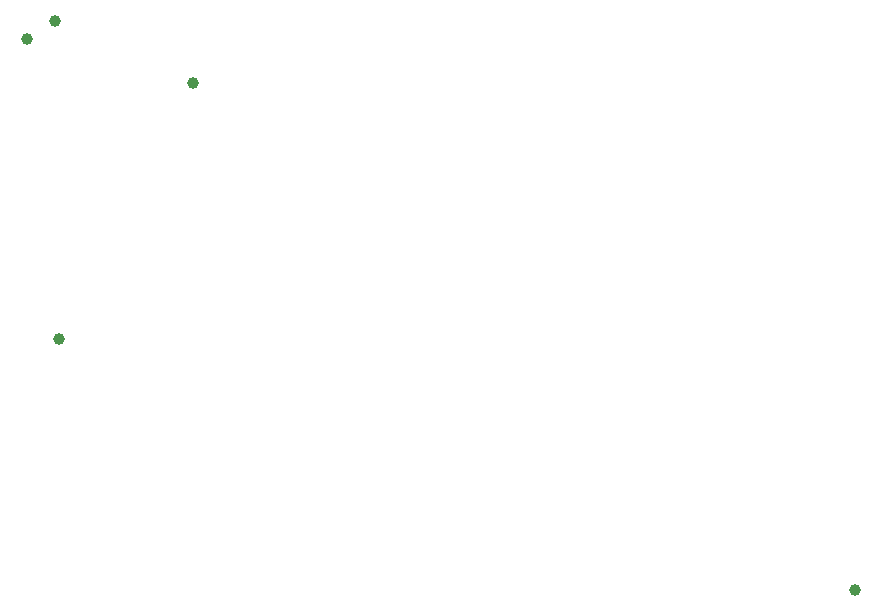
<source format=gbp>
G04*
G04 #@! TF.GenerationSoftware,Altium Limited,Altium Designer,24.5.2 (23)*
G04*
G04 Layer_Color=128*
%FSLAX44Y44*%
%MOMM*%
G71*
G04*
G04 #@! TF.SameCoordinates,75C5DE1E-65E4-46FA-8C81-F02E573EC27C*
G04*
G04*
G04 #@! TF.FilePolarity,Positive*
G04*
G01*
G75*
%ADD29C,1.0000*%
D29*
X465000Y820500D02*
D03*
X1166500Y354750D02*
D03*
X488665Y836390D02*
D03*
X606000Y784000D02*
D03*
X492500Y566500D02*
D03*
M02*

</source>
